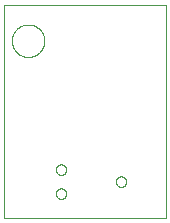
<source format=gtp>
G04 EAGLE Gerber RS-274X export*
G75*
%MOMM*%
%FSLAX34Y34*%
%LPD*%
%INTop solder paste for stencil*%
%IPPOS*%
%AMOC8*
5,1,8,0,0,1.08239X$1,22.5*%
G01*
%ADD10C,0.000000*%


D10*
X15240Y15240D02*
X152400Y15240D01*
X152400Y195580D01*
X15240Y195580D01*
X15240Y15240D01*
X21850Y165000D02*
X21854Y165337D01*
X21867Y165675D01*
X21887Y166012D01*
X21916Y166348D01*
X21953Y166683D01*
X21999Y167018D01*
X22052Y167351D01*
X22114Y167682D01*
X22184Y168013D01*
X22262Y168341D01*
X22348Y168667D01*
X22442Y168991D01*
X22544Y169313D01*
X22654Y169632D01*
X22771Y169949D01*
X22897Y170262D01*
X23030Y170572D01*
X23170Y170879D01*
X23318Y171182D01*
X23474Y171482D01*
X23636Y171777D01*
X23806Y172069D01*
X23983Y172356D01*
X24167Y172639D01*
X24358Y172917D01*
X24556Y173191D01*
X24760Y173459D01*
X24971Y173723D01*
X25188Y173981D01*
X25412Y174234D01*
X25642Y174481D01*
X25877Y174723D01*
X26119Y174958D01*
X26366Y175188D01*
X26619Y175412D01*
X26877Y175629D01*
X27141Y175840D01*
X27409Y176044D01*
X27683Y176242D01*
X27961Y176433D01*
X28244Y176617D01*
X28531Y176794D01*
X28823Y176964D01*
X29118Y177126D01*
X29418Y177282D01*
X29721Y177430D01*
X30028Y177570D01*
X30338Y177703D01*
X30651Y177829D01*
X30968Y177946D01*
X31287Y178056D01*
X31609Y178158D01*
X31933Y178252D01*
X32259Y178338D01*
X32587Y178416D01*
X32918Y178486D01*
X33249Y178548D01*
X33582Y178601D01*
X33917Y178647D01*
X34252Y178684D01*
X34588Y178713D01*
X34925Y178733D01*
X35263Y178746D01*
X35600Y178750D01*
X35937Y178746D01*
X36275Y178733D01*
X36612Y178713D01*
X36948Y178684D01*
X37283Y178647D01*
X37618Y178601D01*
X37951Y178548D01*
X38282Y178486D01*
X38613Y178416D01*
X38941Y178338D01*
X39267Y178252D01*
X39591Y178158D01*
X39913Y178056D01*
X40232Y177946D01*
X40549Y177829D01*
X40862Y177703D01*
X41172Y177570D01*
X41479Y177430D01*
X41782Y177282D01*
X42082Y177126D01*
X42377Y176964D01*
X42669Y176794D01*
X42956Y176617D01*
X43239Y176433D01*
X43517Y176242D01*
X43791Y176044D01*
X44059Y175840D01*
X44323Y175629D01*
X44581Y175412D01*
X44834Y175188D01*
X45081Y174958D01*
X45323Y174723D01*
X45558Y174481D01*
X45788Y174234D01*
X46012Y173981D01*
X46229Y173723D01*
X46440Y173459D01*
X46644Y173191D01*
X46842Y172917D01*
X47033Y172639D01*
X47217Y172356D01*
X47394Y172069D01*
X47564Y171777D01*
X47726Y171482D01*
X47882Y171182D01*
X48030Y170879D01*
X48170Y170572D01*
X48303Y170262D01*
X48429Y169949D01*
X48546Y169632D01*
X48656Y169313D01*
X48758Y168991D01*
X48852Y168667D01*
X48938Y168341D01*
X49016Y168013D01*
X49086Y167682D01*
X49148Y167351D01*
X49201Y167018D01*
X49247Y166683D01*
X49284Y166348D01*
X49313Y166012D01*
X49333Y165675D01*
X49346Y165337D01*
X49350Y165000D01*
X49346Y164663D01*
X49333Y164325D01*
X49313Y163988D01*
X49284Y163652D01*
X49247Y163317D01*
X49201Y162982D01*
X49148Y162649D01*
X49086Y162318D01*
X49016Y161987D01*
X48938Y161659D01*
X48852Y161333D01*
X48758Y161009D01*
X48656Y160687D01*
X48546Y160368D01*
X48429Y160051D01*
X48303Y159738D01*
X48170Y159428D01*
X48030Y159121D01*
X47882Y158818D01*
X47726Y158518D01*
X47564Y158223D01*
X47394Y157931D01*
X47217Y157644D01*
X47033Y157361D01*
X46842Y157083D01*
X46644Y156809D01*
X46440Y156541D01*
X46229Y156277D01*
X46012Y156019D01*
X45788Y155766D01*
X45558Y155519D01*
X45323Y155277D01*
X45081Y155042D01*
X44834Y154812D01*
X44581Y154588D01*
X44323Y154371D01*
X44059Y154160D01*
X43791Y153956D01*
X43517Y153758D01*
X43239Y153567D01*
X42956Y153383D01*
X42669Y153206D01*
X42377Y153036D01*
X42082Y152874D01*
X41782Y152718D01*
X41479Y152570D01*
X41172Y152430D01*
X40862Y152297D01*
X40549Y152171D01*
X40232Y152054D01*
X39913Y151944D01*
X39591Y151842D01*
X39267Y151748D01*
X38941Y151662D01*
X38613Y151584D01*
X38282Y151514D01*
X37951Y151452D01*
X37618Y151399D01*
X37283Y151353D01*
X36948Y151316D01*
X36612Y151287D01*
X36275Y151267D01*
X35937Y151254D01*
X35600Y151250D01*
X35263Y151254D01*
X34925Y151267D01*
X34588Y151287D01*
X34252Y151316D01*
X33917Y151353D01*
X33582Y151399D01*
X33249Y151452D01*
X32918Y151514D01*
X32587Y151584D01*
X32259Y151662D01*
X31933Y151748D01*
X31609Y151842D01*
X31287Y151944D01*
X30968Y152054D01*
X30651Y152171D01*
X30338Y152297D01*
X30028Y152430D01*
X29721Y152570D01*
X29418Y152718D01*
X29118Y152874D01*
X28823Y153036D01*
X28531Y153206D01*
X28244Y153383D01*
X27961Y153567D01*
X27683Y153758D01*
X27409Y153956D01*
X27141Y154160D01*
X26877Y154371D01*
X26619Y154588D01*
X26366Y154812D01*
X26119Y155042D01*
X25877Y155277D01*
X25642Y155519D01*
X25412Y155766D01*
X25188Y156019D01*
X24971Y156277D01*
X24760Y156541D01*
X24556Y156809D01*
X24358Y157083D01*
X24167Y157361D01*
X23983Y157644D01*
X23806Y157931D01*
X23636Y158223D01*
X23474Y158518D01*
X23318Y158818D01*
X23170Y159121D01*
X23030Y159428D01*
X22897Y159738D01*
X22771Y160051D01*
X22654Y160368D01*
X22544Y160687D01*
X22442Y161009D01*
X22348Y161333D01*
X22262Y161659D01*
X22184Y161987D01*
X22114Y162318D01*
X22052Y162649D01*
X21999Y162982D01*
X21953Y163317D01*
X21916Y163652D01*
X21887Y163988D01*
X21867Y164325D01*
X21854Y164663D01*
X21850Y165000D01*
X109855Y45720D02*
X109857Y45853D01*
X109863Y45986D01*
X109873Y46118D01*
X109887Y46251D01*
X109905Y46382D01*
X109926Y46514D01*
X109952Y46644D01*
X109982Y46774D01*
X110015Y46903D01*
X110052Y47030D01*
X110094Y47157D01*
X110138Y47282D01*
X110187Y47406D01*
X110239Y47528D01*
X110295Y47649D01*
X110355Y47768D01*
X110418Y47885D01*
X110484Y48000D01*
X110554Y48113D01*
X110627Y48224D01*
X110704Y48333D01*
X110784Y48439D01*
X110867Y48543D01*
X110953Y48645D01*
X111042Y48743D01*
X111133Y48839D01*
X111228Y48933D01*
X111326Y49023D01*
X111426Y49111D01*
X111529Y49195D01*
X111634Y49277D01*
X111741Y49355D01*
X111851Y49430D01*
X111963Y49501D01*
X112078Y49569D01*
X112194Y49634D01*
X112312Y49696D01*
X112432Y49753D01*
X112553Y49807D01*
X112676Y49858D01*
X112801Y49904D01*
X112926Y49947D01*
X113054Y49987D01*
X113182Y50022D01*
X113311Y50054D01*
X113441Y50081D01*
X113572Y50105D01*
X113703Y50125D01*
X113835Y50141D01*
X113968Y50153D01*
X114101Y50161D01*
X114234Y50165D01*
X114366Y50165D01*
X114499Y50161D01*
X114632Y50153D01*
X114765Y50141D01*
X114897Y50125D01*
X115028Y50105D01*
X115159Y50081D01*
X115289Y50054D01*
X115418Y50022D01*
X115546Y49987D01*
X115674Y49947D01*
X115799Y49904D01*
X115924Y49858D01*
X116047Y49807D01*
X116168Y49753D01*
X116288Y49696D01*
X116406Y49634D01*
X116523Y49569D01*
X116637Y49501D01*
X116749Y49430D01*
X116859Y49355D01*
X116966Y49277D01*
X117071Y49195D01*
X117174Y49111D01*
X117274Y49023D01*
X117372Y48933D01*
X117467Y48839D01*
X117558Y48743D01*
X117647Y48645D01*
X117733Y48543D01*
X117816Y48439D01*
X117896Y48333D01*
X117973Y48224D01*
X118046Y48113D01*
X118116Y48000D01*
X118182Y47885D01*
X118245Y47768D01*
X118305Y47649D01*
X118361Y47528D01*
X118413Y47406D01*
X118462Y47282D01*
X118506Y47157D01*
X118548Y47030D01*
X118585Y46903D01*
X118618Y46774D01*
X118648Y46644D01*
X118674Y46514D01*
X118695Y46382D01*
X118713Y46251D01*
X118727Y46118D01*
X118737Y45986D01*
X118743Y45853D01*
X118745Y45720D01*
X118743Y45587D01*
X118737Y45454D01*
X118727Y45322D01*
X118713Y45189D01*
X118695Y45058D01*
X118674Y44926D01*
X118648Y44796D01*
X118618Y44666D01*
X118585Y44537D01*
X118548Y44410D01*
X118506Y44283D01*
X118462Y44158D01*
X118413Y44034D01*
X118361Y43912D01*
X118305Y43791D01*
X118245Y43672D01*
X118182Y43555D01*
X118116Y43440D01*
X118046Y43327D01*
X117973Y43216D01*
X117896Y43107D01*
X117816Y43001D01*
X117733Y42897D01*
X117647Y42795D01*
X117558Y42697D01*
X117467Y42601D01*
X117372Y42507D01*
X117274Y42417D01*
X117174Y42329D01*
X117071Y42245D01*
X116966Y42163D01*
X116859Y42085D01*
X116749Y42010D01*
X116637Y41939D01*
X116522Y41871D01*
X116406Y41806D01*
X116288Y41744D01*
X116168Y41687D01*
X116047Y41633D01*
X115924Y41582D01*
X115799Y41536D01*
X115674Y41493D01*
X115546Y41453D01*
X115418Y41418D01*
X115289Y41386D01*
X115159Y41359D01*
X115028Y41335D01*
X114897Y41315D01*
X114765Y41299D01*
X114632Y41287D01*
X114499Y41279D01*
X114366Y41275D01*
X114234Y41275D01*
X114101Y41279D01*
X113968Y41287D01*
X113835Y41299D01*
X113703Y41315D01*
X113572Y41335D01*
X113441Y41359D01*
X113311Y41386D01*
X113182Y41418D01*
X113054Y41453D01*
X112926Y41493D01*
X112801Y41536D01*
X112676Y41582D01*
X112553Y41633D01*
X112432Y41687D01*
X112312Y41744D01*
X112194Y41806D01*
X112077Y41871D01*
X111963Y41939D01*
X111851Y42010D01*
X111741Y42085D01*
X111634Y42163D01*
X111529Y42245D01*
X111426Y42329D01*
X111326Y42417D01*
X111228Y42507D01*
X111133Y42601D01*
X111042Y42697D01*
X110953Y42795D01*
X110867Y42897D01*
X110784Y43001D01*
X110704Y43107D01*
X110627Y43216D01*
X110554Y43327D01*
X110484Y43440D01*
X110418Y43555D01*
X110355Y43672D01*
X110295Y43791D01*
X110239Y43912D01*
X110187Y44034D01*
X110138Y44158D01*
X110094Y44283D01*
X110052Y44410D01*
X110015Y44537D01*
X109982Y44666D01*
X109952Y44796D01*
X109926Y44926D01*
X109905Y45058D01*
X109887Y45189D01*
X109873Y45322D01*
X109863Y45454D01*
X109857Y45587D01*
X109855Y45720D01*
X59055Y35560D02*
X59057Y35693D01*
X59063Y35826D01*
X59073Y35958D01*
X59087Y36091D01*
X59105Y36222D01*
X59126Y36354D01*
X59152Y36484D01*
X59182Y36614D01*
X59215Y36743D01*
X59252Y36870D01*
X59294Y36997D01*
X59338Y37122D01*
X59387Y37246D01*
X59439Y37368D01*
X59495Y37489D01*
X59555Y37608D01*
X59618Y37725D01*
X59684Y37840D01*
X59754Y37953D01*
X59827Y38064D01*
X59904Y38173D01*
X59984Y38279D01*
X60067Y38383D01*
X60153Y38485D01*
X60242Y38583D01*
X60333Y38679D01*
X60428Y38773D01*
X60526Y38863D01*
X60626Y38951D01*
X60729Y39035D01*
X60834Y39117D01*
X60941Y39195D01*
X61051Y39270D01*
X61163Y39341D01*
X61278Y39409D01*
X61394Y39474D01*
X61512Y39536D01*
X61632Y39593D01*
X61753Y39647D01*
X61876Y39698D01*
X62001Y39744D01*
X62126Y39787D01*
X62254Y39827D01*
X62382Y39862D01*
X62511Y39894D01*
X62641Y39921D01*
X62772Y39945D01*
X62903Y39965D01*
X63035Y39981D01*
X63168Y39993D01*
X63301Y40001D01*
X63434Y40005D01*
X63566Y40005D01*
X63699Y40001D01*
X63832Y39993D01*
X63965Y39981D01*
X64097Y39965D01*
X64228Y39945D01*
X64359Y39921D01*
X64489Y39894D01*
X64618Y39862D01*
X64746Y39827D01*
X64874Y39787D01*
X64999Y39744D01*
X65124Y39698D01*
X65247Y39647D01*
X65368Y39593D01*
X65488Y39536D01*
X65606Y39474D01*
X65723Y39409D01*
X65837Y39341D01*
X65949Y39270D01*
X66059Y39195D01*
X66166Y39117D01*
X66271Y39035D01*
X66374Y38951D01*
X66474Y38863D01*
X66572Y38773D01*
X66667Y38679D01*
X66758Y38583D01*
X66847Y38485D01*
X66933Y38383D01*
X67016Y38279D01*
X67096Y38173D01*
X67173Y38064D01*
X67246Y37953D01*
X67316Y37840D01*
X67382Y37725D01*
X67445Y37608D01*
X67505Y37489D01*
X67561Y37368D01*
X67613Y37246D01*
X67662Y37122D01*
X67706Y36997D01*
X67748Y36870D01*
X67785Y36743D01*
X67818Y36614D01*
X67848Y36484D01*
X67874Y36354D01*
X67895Y36222D01*
X67913Y36091D01*
X67927Y35958D01*
X67937Y35826D01*
X67943Y35693D01*
X67945Y35560D01*
X67943Y35427D01*
X67937Y35294D01*
X67927Y35162D01*
X67913Y35029D01*
X67895Y34898D01*
X67874Y34766D01*
X67848Y34636D01*
X67818Y34506D01*
X67785Y34377D01*
X67748Y34250D01*
X67706Y34123D01*
X67662Y33998D01*
X67613Y33874D01*
X67561Y33752D01*
X67505Y33631D01*
X67445Y33512D01*
X67382Y33395D01*
X67316Y33280D01*
X67246Y33167D01*
X67173Y33056D01*
X67096Y32947D01*
X67016Y32841D01*
X66933Y32737D01*
X66847Y32635D01*
X66758Y32537D01*
X66667Y32441D01*
X66572Y32347D01*
X66474Y32257D01*
X66374Y32169D01*
X66271Y32085D01*
X66166Y32003D01*
X66059Y31925D01*
X65949Y31850D01*
X65837Y31779D01*
X65722Y31711D01*
X65606Y31646D01*
X65488Y31584D01*
X65368Y31527D01*
X65247Y31473D01*
X65124Y31422D01*
X64999Y31376D01*
X64874Y31333D01*
X64746Y31293D01*
X64618Y31258D01*
X64489Y31226D01*
X64359Y31199D01*
X64228Y31175D01*
X64097Y31155D01*
X63965Y31139D01*
X63832Y31127D01*
X63699Y31119D01*
X63566Y31115D01*
X63434Y31115D01*
X63301Y31119D01*
X63168Y31127D01*
X63035Y31139D01*
X62903Y31155D01*
X62772Y31175D01*
X62641Y31199D01*
X62511Y31226D01*
X62382Y31258D01*
X62254Y31293D01*
X62126Y31333D01*
X62001Y31376D01*
X61876Y31422D01*
X61753Y31473D01*
X61632Y31527D01*
X61512Y31584D01*
X61394Y31646D01*
X61277Y31711D01*
X61163Y31779D01*
X61051Y31850D01*
X60941Y31925D01*
X60834Y32003D01*
X60729Y32085D01*
X60626Y32169D01*
X60526Y32257D01*
X60428Y32347D01*
X60333Y32441D01*
X60242Y32537D01*
X60153Y32635D01*
X60067Y32737D01*
X59984Y32841D01*
X59904Y32947D01*
X59827Y33056D01*
X59754Y33167D01*
X59684Y33280D01*
X59618Y33395D01*
X59555Y33512D01*
X59495Y33631D01*
X59439Y33752D01*
X59387Y33874D01*
X59338Y33998D01*
X59294Y34123D01*
X59252Y34250D01*
X59215Y34377D01*
X59182Y34506D01*
X59152Y34636D01*
X59126Y34766D01*
X59105Y34898D01*
X59087Y35029D01*
X59073Y35162D01*
X59063Y35294D01*
X59057Y35427D01*
X59055Y35560D01*
X59055Y55880D02*
X59057Y56013D01*
X59063Y56146D01*
X59073Y56278D01*
X59087Y56411D01*
X59105Y56542D01*
X59126Y56674D01*
X59152Y56804D01*
X59182Y56934D01*
X59215Y57063D01*
X59252Y57190D01*
X59294Y57317D01*
X59338Y57442D01*
X59387Y57566D01*
X59439Y57688D01*
X59495Y57809D01*
X59555Y57928D01*
X59618Y58045D01*
X59684Y58160D01*
X59754Y58273D01*
X59827Y58384D01*
X59904Y58493D01*
X59984Y58599D01*
X60067Y58703D01*
X60153Y58805D01*
X60242Y58903D01*
X60333Y58999D01*
X60428Y59093D01*
X60526Y59183D01*
X60626Y59271D01*
X60729Y59355D01*
X60834Y59437D01*
X60941Y59515D01*
X61051Y59590D01*
X61163Y59661D01*
X61278Y59729D01*
X61394Y59794D01*
X61512Y59856D01*
X61632Y59913D01*
X61753Y59967D01*
X61876Y60018D01*
X62001Y60064D01*
X62126Y60107D01*
X62254Y60147D01*
X62382Y60182D01*
X62511Y60214D01*
X62641Y60241D01*
X62772Y60265D01*
X62903Y60285D01*
X63035Y60301D01*
X63168Y60313D01*
X63301Y60321D01*
X63434Y60325D01*
X63566Y60325D01*
X63699Y60321D01*
X63832Y60313D01*
X63965Y60301D01*
X64097Y60285D01*
X64228Y60265D01*
X64359Y60241D01*
X64489Y60214D01*
X64618Y60182D01*
X64746Y60147D01*
X64874Y60107D01*
X64999Y60064D01*
X65124Y60018D01*
X65247Y59967D01*
X65368Y59913D01*
X65488Y59856D01*
X65606Y59794D01*
X65723Y59729D01*
X65837Y59661D01*
X65949Y59590D01*
X66059Y59515D01*
X66166Y59437D01*
X66271Y59355D01*
X66374Y59271D01*
X66474Y59183D01*
X66572Y59093D01*
X66667Y58999D01*
X66758Y58903D01*
X66847Y58805D01*
X66933Y58703D01*
X67016Y58599D01*
X67096Y58493D01*
X67173Y58384D01*
X67246Y58273D01*
X67316Y58160D01*
X67382Y58045D01*
X67445Y57928D01*
X67505Y57809D01*
X67561Y57688D01*
X67613Y57566D01*
X67662Y57442D01*
X67706Y57317D01*
X67748Y57190D01*
X67785Y57063D01*
X67818Y56934D01*
X67848Y56804D01*
X67874Y56674D01*
X67895Y56542D01*
X67913Y56411D01*
X67927Y56278D01*
X67937Y56146D01*
X67943Y56013D01*
X67945Y55880D01*
X67943Y55747D01*
X67937Y55614D01*
X67927Y55482D01*
X67913Y55349D01*
X67895Y55218D01*
X67874Y55086D01*
X67848Y54956D01*
X67818Y54826D01*
X67785Y54697D01*
X67748Y54570D01*
X67706Y54443D01*
X67662Y54318D01*
X67613Y54194D01*
X67561Y54072D01*
X67505Y53951D01*
X67445Y53832D01*
X67382Y53715D01*
X67316Y53600D01*
X67246Y53487D01*
X67173Y53376D01*
X67096Y53267D01*
X67016Y53161D01*
X66933Y53057D01*
X66847Y52955D01*
X66758Y52857D01*
X66667Y52761D01*
X66572Y52667D01*
X66474Y52577D01*
X66374Y52489D01*
X66271Y52405D01*
X66166Y52323D01*
X66059Y52245D01*
X65949Y52170D01*
X65837Y52099D01*
X65722Y52031D01*
X65606Y51966D01*
X65488Y51904D01*
X65368Y51847D01*
X65247Y51793D01*
X65124Y51742D01*
X64999Y51696D01*
X64874Y51653D01*
X64746Y51613D01*
X64618Y51578D01*
X64489Y51546D01*
X64359Y51519D01*
X64228Y51495D01*
X64097Y51475D01*
X63965Y51459D01*
X63832Y51447D01*
X63699Y51439D01*
X63566Y51435D01*
X63434Y51435D01*
X63301Y51439D01*
X63168Y51447D01*
X63035Y51459D01*
X62903Y51475D01*
X62772Y51495D01*
X62641Y51519D01*
X62511Y51546D01*
X62382Y51578D01*
X62254Y51613D01*
X62126Y51653D01*
X62001Y51696D01*
X61876Y51742D01*
X61753Y51793D01*
X61632Y51847D01*
X61512Y51904D01*
X61394Y51966D01*
X61277Y52031D01*
X61163Y52099D01*
X61051Y52170D01*
X60941Y52245D01*
X60834Y52323D01*
X60729Y52405D01*
X60626Y52489D01*
X60526Y52577D01*
X60428Y52667D01*
X60333Y52761D01*
X60242Y52857D01*
X60153Y52955D01*
X60067Y53057D01*
X59984Y53161D01*
X59904Y53267D01*
X59827Y53376D01*
X59754Y53487D01*
X59684Y53600D01*
X59618Y53715D01*
X59555Y53832D01*
X59495Y53951D01*
X59439Y54072D01*
X59387Y54194D01*
X59338Y54318D01*
X59294Y54443D01*
X59252Y54570D01*
X59215Y54697D01*
X59182Y54826D01*
X59152Y54956D01*
X59126Y55086D01*
X59105Y55218D01*
X59087Y55349D01*
X59073Y55482D01*
X59063Y55614D01*
X59057Y55747D01*
X59055Y55880D01*
M02*

</source>
